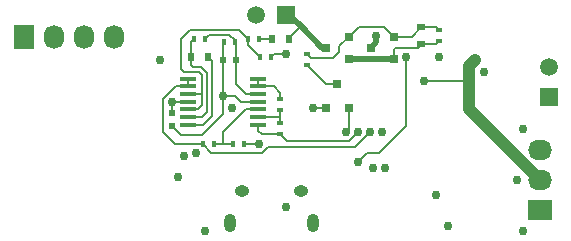
<source format=gbl>
G04 #@! TF.FileFunction,Copper,L4,Bot,Signal*
%FSLAX46Y46*%
G04 Gerber Fmt 4.6, Leading zero omitted, Abs format (unit mm)*
G04 Created by KiCad (PCBNEW 4.0.2-stable) date Sun 10 Apr 2016 09:46:26 PM EDT*
%MOMM*%
G01*
G04 APERTURE LIST*
%ADD10C,0.150000*%
%ADD11R,1.727200X2.032000*%
%ADD12O,1.727200X2.032000*%
%ADD13R,1.500000X1.500000*%
%ADD14C,1.500000*%
%ADD15R,1.450000X0.450000*%
%ADD16R,2.032000X1.727200*%
%ADD17O,2.032000X1.727200*%
%ADD18R,0.600000X0.500000*%
%ADD19R,0.500000X0.600000*%
%ADD20O,1.250000X0.950000*%
%ADD21O,1.000000X1.550000*%
%ADD22R,0.800100X0.800100*%
%ADD23R,0.400000X0.600000*%
%ADD24R,0.600000X0.400000*%
%ADD25R,0.600000X0.700000*%
%ADD26R,0.700000X0.600000*%
%ADD27C,0.762000*%
%ADD28C,0.203200*%
%ADD29C,1.000000*%
%ADD30C,0.500000*%
G04 APERTURE END LIST*
D10*
D11*
X176657000Y-137033000D03*
D12*
X179197000Y-137033000D03*
X181737000Y-137033000D03*
X184277000Y-137033000D03*
D13*
X198882000Y-135128000D03*
D14*
X196342000Y-135128000D03*
D13*
X221107000Y-142113000D03*
D14*
X221107000Y-139573000D03*
D15*
X190598000Y-144444000D03*
X190598000Y-143794000D03*
X190598000Y-143144000D03*
X190598000Y-142494000D03*
X190598000Y-141844000D03*
X190598000Y-141194000D03*
X190598000Y-140544000D03*
X196498000Y-140544000D03*
X196498000Y-141194000D03*
X196498000Y-141844000D03*
X196498000Y-142494000D03*
X196498000Y-143144000D03*
X196498000Y-143794000D03*
X196498000Y-144444000D03*
D16*
X220357000Y-151638000D03*
D17*
X220357000Y-149098000D03*
X220357000Y-146558000D03*
D18*
X194606000Y-138938000D03*
X193506000Y-138938000D03*
D19*
X189230000Y-143468000D03*
X189230000Y-144568000D03*
D20*
X195111100Y-150075460D03*
X200111100Y-150075460D03*
D21*
X194111100Y-152775460D03*
X201111100Y-152775460D03*
D22*
X204150000Y-142986760D03*
X202250000Y-142986760D03*
X203200000Y-140987780D03*
X204200760Y-136972000D03*
X204200760Y-138872000D03*
X202201780Y-137922000D03*
X208010760Y-136972000D03*
X208010760Y-138872000D03*
X206011780Y-137922000D03*
D23*
X196538000Y-137160000D03*
X195638000Y-137160000D03*
X196654000Y-138684000D03*
X197554000Y-138684000D03*
D24*
X200660000Y-139388000D03*
X200660000Y-138488000D03*
X211836000Y-136456000D03*
X211836000Y-137356000D03*
D23*
X191066000Y-137160000D03*
X191966000Y-137160000D03*
X194506000Y-137414000D03*
X193606000Y-137414000D03*
X192728000Y-146050000D03*
X191828000Y-146050000D03*
D24*
X198374000Y-143198000D03*
X198374000Y-142298000D03*
D23*
X194368000Y-146050000D03*
X195268000Y-146050000D03*
D24*
X198374000Y-144330000D03*
X198374000Y-145230000D03*
D25*
X199074000Y-137160000D03*
X197674000Y-137160000D03*
X192216000Y-138684000D03*
X190816000Y-138684000D03*
D26*
X210312000Y-137606000D03*
X210312000Y-136206000D03*
D27*
X210566000Y-140716000D03*
X214884000Y-138922000D03*
X203962000Y-145034000D03*
X204978000Y-147574000D03*
X209042000Y-138684000D03*
X204978000Y-145034000D03*
X205994000Y-145034000D03*
X206502000Y-136906000D03*
X198882000Y-138430000D03*
X196596000Y-146050000D03*
X193548000Y-141986000D03*
X191262000Y-146812000D03*
X188222000Y-138938000D03*
X211852000Y-138684000D03*
X206248000Y-148082000D03*
X218948000Y-144780000D03*
X215646000Y-139954000D03*
X198882000Y-151384000D03*
X192024000Y-153416000D03*
X218440000Y-149098000D03*
X211582000Y-150368000D03*
X218948000Y-153416000D03*
X189738000Y-148844000D03*
X194310000Y-143002000D03*
X190246000Y-147066000D03*
X189230000Y-142494000D03*
X207010000Y-145034000D03*
X201168000Y-143002000D03*
X212598000Y-153023000D03*
X207264000Y-148082000D03*
D28*
X210566000Y-140716000D02*
X214376000Y-140716000D01*
D29*
X214884000Y-138938000D02*
X214376000Y-139446000D01*
X214376000Y-139446000D02*
X214376000Y-140716000D01*
D30*
X214884000Y-138922000D02*
X214884000Y-138938000D01*
D29*
X214376000Y-143117000D02*
X220357000Y-149098000D01*
X214376000Y-140716000D02*
X214376000Y-143117000D01*
D28*
X204150000Y-144846000D02*
X204150000Y-142986760D01*
X203962000Y-145034000D02*
X204150000Y-144846000D01*
X204978000Y-147574000D02*
X205740000Y-146812000D01*
X209042000Y-144526000D02*
X209042000Y-138684000D01*
X206756000Y-146812000D02*
X209042000Y-144526000D01*
X205740000Y-146812000D02*
X206756000Y-146812000D01*
X204978000Y-145034000D02*
X204216000Y-145796000D01*
X198940000Y-145796000D02*
X198374000Y-145230000D01*
X204216000Y-145796000D02*
X198940000Y-145796000D01*
X196498000Y-144444000D02*
X196498000Y-144936000D01*
X196792000Y-145230000D02*
X198374000Y-145230000D01*
X196498000Y-144936000D02*
X196792000Y-145230000D01*
X190598000Y-141194000D02*
X189514000Y-141194000D01*
X189484000Y-146050000D02*
X191828000Y-146050000D01*
X188468000Y-145034000D02*
X189484000Y-146050000D01*
X188468000Y-142240000D02*
X188468000Y-145034000D01*
X189514000Y-141194000D02*
X188468000Y-142240000D01*
X197358000Y-146304000D02*
X204724000Y-146304000D01*
X205994000Y-145034000D02*
X204724000Y-146304000D01*
X191828000Y-146108000D02*
X192532000Y-146812000D01*
X192532000Y-146812000D02*
X196850000Y-146812000D01*
X196850000Y-146812000D02*
X197358000Y-146304000D01*
X191828000Y-146108000D02*
X191828000Y-146050000D01*
X190598000Y-140544000D02*
X190598000Y-141194000D01*
D30*
X206011780Y-137922000D02*
X206502000Y-137431780D01*
X206502000Y-137431780D02*
X206502000Y-136906000D01*
D28*
X198882000Y-138430000D02*
X197808000Y-138430000D01*
X197808000Y-138430000D02*
X197554000Y-138684000D01*
X195268000Y-146050000D02*
X196596000Y-146050000D01*
X193548000Y-141986000D02*
X194564000Y-141986000D01*
X195072000Y-142494000D02*
X196498000Y-142494000D01*
X194564000Y-141986000D02*
X195072000Y-142494000D01*
X193548000Y-141986000D02*
X193548000Y-143510000D01*
X189950000Y-145288000D02*
X189230000Y-144568000D01*
X191770000Y-145288000D02*
X189950000Y-145288000D01*
X193548000Y-143510000D02*
X191770000Y-145288000D01*
X193548000Y-138980000D02*
X193548000Y-141986000D01*
X193548000Y-138980000D02*
X193506000Y-138938000D01*
X193606000Y-137414000D02*
X193506000Y-137514000D01*
X193506000Y-137514000D02*
X193506000Y-138938000D01*
X193606000Y-138838000D02*
X193506000Y-138938000D01*
D30*
X211852000Y-138684000D02*
X211836000Y-138684000D01*
D28*
X189230000Y-143468000D02*
X189230000Y-142494000D01*
X189230000Y-142494000D02*
X190598000Y-142494000D01*
X202250000Y-142986760D02*
X202234760Y-143002000D01*
X202234760Y-143002000D02*
X201168000Y-143002000D01*
D30*
X212598000Y-153023000D02*
X212598000Y-152908000D01*
D28*
X194606000Y-138938000D02*
X194606000Y-141012000D01*
X195438000Y-141844000D02*
X196498000Y-141844000D01*
X194606000Y-141012000D02*
X195438000Y-141844000D01*
X194506000Y-137414000D02*
X194606000Y-137514000D01*
X194606000Y-137514000D02*
X194606000Y-138938000D01*
X194506000Y-137414000D02*
X194506000Y-137254402D01*
X194506000Y-137254402D02*
X194056000Y-136804402D01*
X194056000Y-136804402D02*
X192321598Y-136804402D01*
X192321598Y-136804402D02*
X191966000Y-137160000D01*
X194506000Y-138838000D02*
X194606000Y-138938000D01*
D30*
X198882000Y-135128000D02*
X199136000Y-135128000D01*
X199136000Y-135128000D02*
X200088500Y-136080500D01*
X200088500Y-136080500D02*
X201930000Y-137922000D01*
X201930000Y-137922000D02*
X202201780Y-137922000D01*
D28*
X199074000Y-137160000D02*
X199074000Y-137095000D01*
X199074000Y-137095000D02*
X200088500Y-136080500D01*
X190598000Y-144444000D02*
X191852000Y-144444000D01*
X191852000Y-144444000D02*
X192582804Y-143713196D01*
X192582804Y-143713196D02*
X192582804Y-139050804D01*
X192582804Y-139050804D02*
X192216000Y-138684000D01*
X190816000Y-138684000D02*
X190816000Y-139355598D01*
X190816000Y-139355598D02*
X191008000Y-139547598D01*
X190816000Y-137410000D02*
X190816000Y-138684000D01*
X191008000Y-139547598D02*
X191684338Y-139547598D01*
X191684338Y-139547598D02*
X192176402Y-140039662D01*
X192176402Y-140039662D02*
X192176402Y-143357598D01*
X192176402Y-143357598D02*
X191740000Y-143794000D01*
X191740000Y-143794000D02*
X190598000Y-143794000D01*
X191066000Y-137160000D02*
X190816000Y-137410000D01*
X208010760Y-138872000D02*
X208010760Y-138064240D01*
X208010760Y-138064240D02*
X208153000Y-137922000D01*
D30*
X204200760Y-138872000D02*
X208010760Y-138872000D01*
D28*
X211836000Y-137356000D02*
X211586000Y-137606000D01*
X208153000Y-137922000D02*
X209996000Y-137922000D01*
X210312000Y-137606000D02*
X210312000Y-137606000D01*
X209996000Y-137922000D02*
X210312000Y-137606000D01*
X211586000Y-137606000D02*
X210312000Y-137606000D01*
X210312000Y-136206000D02*
X209546000Y-136972000D01*
X210312000Y-136206000D02*
X211586000Y-136206000D01*
X200660000Y-138488000D02*
X200983000Y-138811000D01*
X204150000Y-136972000D02*
X204200760Y-136972000D01*
X203327000Y-137795000D02*
X204150000Y-136972000D01*
X203327000Y-138303000D02*
X203327000Y-137795000D01*
X202819000Y-138811000D02*
X203327000Y-138303000D01*
X200983000Y-138811000D02*
X202819000Y-138811000D01*
X204200760Y-136972000D02*
X205028760Y-136144000D01*
X205028760Y-136144000D02*
X207182760Y-136144000D01*
X207182760Y-136144000D02*
X208010760Y-136972000D01*
X209546000Y-136972000D02*
X208010760Y-136972000D01*
X200683240Y-138488000D02*
X200660000Y-138488000D01*
X200660000Y-138488000D02*
X200718000Y-138430000D01*
X211586000Y-136206000D02*
X211836000Y-136456000D01*
X190598000Y-141844000D02*
X191770000Y-141844000D01*
X191770000Y-141844000D02*
X191770000Y-141732000D01*
X190754000Y-136398000D02*
X189992000Y-137160000D01*
X195638000Y-137160000D02*
X194876000Y-136398000D01*
X190754000Y-136398000D02*
X194876000Y-136398000D01*
X191374000Y-143144000D02*
X190598000Y-143144000D01*
X191770000Y-142748000D02*
X191374000Y-143144000D01*
X191770000Y-140208000D02*
X191770000Y-141732000D01*
X191770000Y-141732000D02*
X191770000Y-142748000D01*
X191516000Y-139954000D02*
X191770000Y-140208000D01*
X190246000Y-139954000D02*
X191516000Y-139954000D01*
X189992000Y-139700000D02*
X190246000Y-139954000D01*
X189992000Y-137160000D02*
X189992000Y-139700000D01*
X195638000Y-137160000D02*
X195638000Y-137668000D01*
X195638000Y-137668000D02*
X196654000Y-138684000D01*
X196498000Y-143794000D02*
X198374000Y-143794000D01*
X198374000Y-143794000D02*
X198374000Y-143764000D01*
X198374000Y-143198000D02*
X198374000Y-143764000D01*
X198374000Y-143764000D02*
X198374000Y-144330000D01*
X198374000Y-143198000D02*
X198178000Y-143198000D01*
X198374000Y-142298000D02*
X198432000Y-142298000D01*
X196498000Y-141194000D02*
X197836000Y-141194000D01*
X198374000Y-141732000D02*
X198374000Y-142298000D01*
X197836000Y-141194000D02*
X198374000Y-141732000D01*
X196498000Y-141194000D02*
X196498000Y-140544000D01*
X200660000Y-139388000D02*
X202259780Y-140987780D01*
X202259780Y-140987780D02*
X203200000Y-140987780D01*
X196498000Y-143144000D02*
X195438000Y-143144000D01*
X193548000Y-145034000D02*
X193548000Y-146050000D01*
X195438000Y-143144000D02*
X193548000Y-145034000D01*
X192728000Y-146050000D02*
X193548000Y-146050000D01*
X193548000Y-146050000D02*
X194368000Y-146050000D01*
X197674000Y-137160000D02*
X196538000Y-137160000D01*
M02*

</source>
